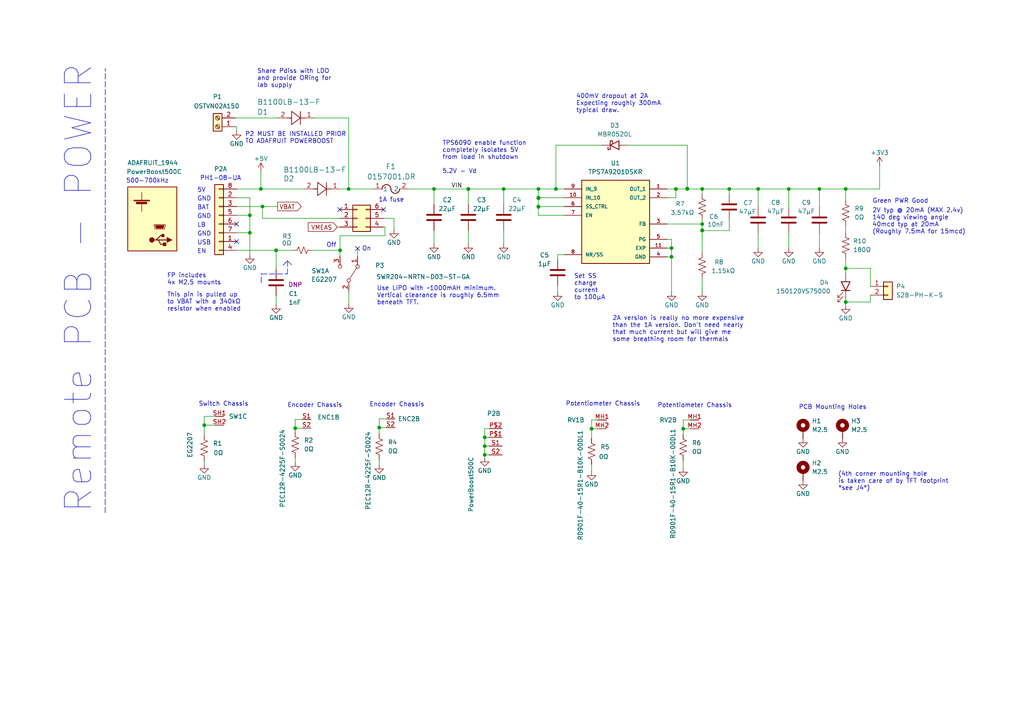
<source format=kicad_sch>
(kicad_sch (version 20211123) (generator eeschema)
  (paper "A4")
  (lib_symbols
    (symbol "015702.5DR:015702.5DR" (pin_names (offset 0.254))
      (property "Reference" "F" (at 5.08 3.175 0))
      (property "Value" "015702.5DR" (at 5.08 -3.175 0))
      (symbol "015702.5DR_1_1"
        (pin unspecified line (at 0 0 0) (length 2.54) (name "1") (number "1"))
        (pin unspecified line (at 10.16 0 180) (length 2.54) (name "2") (number "2"))
      )
      (symbol "015702.5DR_1_2"
        (pin unspecified line (at 0 0 90) (length 2.54) (name "1") (number "1"))
        (pin unspecified line (at 0 10.16 270) (length 2.54) (name "2") (number "2"))
      )
    )
    (symbol "B1100LB-13-F:B1100LB-13-F" (pin_names (offset 0.254))
      (property "Reference" "CR" (at 5.08 4.445 0))
      (property "Value" "B1100LB-13-F" (at 5.08 -3.81 0))
      (symbol "B1100LB-13-F_1_1"
        (pin unspecified line (at 10.16 0 180) (length 2.54) (name "") (number "1"))
        (pin unspecified line (at 0 0 0) (length 2.54) (name "") (number "2"))
      )
      (symbol "B1100LB-13-F_1_2"
        (pin unspecified line (at 0 10.16 270) (length 2.54) (name "") (number "1"))
        (pin unspecified line (at 0 0 90) (length 2.54) (name "") (number "2"))
      )
    )
    (symbol "CUSTOM:ADAFRUIT_1944"
      (property "Reference" "U?" (at 0 13.6398 0))
      (property "Value" "ADAFRUIT_1944" (at 0 11.0998 0))
    )
    (symbol "CUSTOM:EG2207_ALT"
      (property "Reference" "SW1" (at 0.0636 4.0132 90))
      (property "Value" "EG2207_ALT" (at -14.4526 -1.905 90))
      (symbol "EG2207_ALT_1_1"
        (pin passive line (at 3.81 2.54 180) (length 2.54) (name "") (number "1"))
        (pin passive line (at -6.35 0 0) (length 2.54) (name "") (number "2"))
        (pin passive line (at 3.81 -2.54 180) (length 2.54) (name "") (number "3"))
      )
      (symbol "EG2207_ALT_2_1"
        (pin passive line (at 3.81 2.54 180) (length 2.54) (name "") (number "4"))
        (pin passive line (at -6.35 0 0) (length 2.54) (name "") (number "5"))
        (pin passive line (at 3.81 -2.54 180) (length 2.54) (name "") (number "6"))
      )
      (symbol "EG2207_ALT_3_1"
        (pin passive line (at -1.905 1.905 180) (length 2.54) (name "") (number "SH1"))
        (pin passive line (at -1.905 -0.635 180) (length 2.54) (name "") (number "SH2"))
      )
    )
    (symbol "CUSTOMPOTSYM_WITHCHASSISMOUNTS:R_Potentiometer_US" (pin_names (offset 1.016) hide)
      (property "Reference" "RV" (at -4.445 0 90))
      (property "Value" "R_Potentiometer_US" (at -2.54 0 90))
      (symbol "R_Potentiometer_US_1_1"
        (pin passive line (at 0 3.81 270) (length 1.27) (name "1") (number "1"))
        (pin passive line (at 3.81 0 180) (length 1.27) (name "2") (number "2"))
        (pin passive line (at 0 -3.81 90) (length 1.27) (name "3") (number "3"))
      )
      (symbol "R_Potentiometer_US_2_1"
        (pin passive line (at 3.81 1.27 270) (length 2.54) (name "MH2") (number "MH1"))
        (pin passive line (at 1.27 1.27 270) (length 2.54) (name "MH1") (number "MH2"))
      )
    )
    (symbol "Capstone Project:custPwrboost" (pin_names hide)
      (property "Reference" "U" (at 0 0 0))
      (property "Value" "custPwrboost" (at 0 0 0))
      (symbol "custPwrboost_1_1"
        (pin passive line (at -5.08 -5.715 0) (length 3.81) (name "Pin_1") (number "1"))
        (pin passive line (at -5.08 6.985 0) (length 3.81) (name "Pin_2") (number "2"))
        (pin passive line (at -5.08 4.445 0) (length 3.81) (name "Pin_3") (number "3"))
        (pin passive line (at -5.08 -8.255 0) (length 3.81) (name "Pin_4") (number "4"))
        (pin passive line (at -5.08 1.905 0) (length 3.81) (name "Pin_5") (number "5"))
        (pin passive line (at -5.08 -0.635 0) (length 3.81) (name "Pin_6") (number "6"))
        (pin passive line (at -5.08 -3.175 0) (length 3.81) (name "Pin_7") (number "7"))
        (pin passive line (at -5.08 9.525 0) (length 3.81) (name "Pin_8") (number "8"))
      )
      (symbol "custPwrboost_2_1"
        (pin passive line (at 1.27 8.89 0) (length 3.81) (name "P$1") (number "P$1"))
        (pin passive line (at 1.27 11.43 0) (length 3.81) (name "P$2") (number "P$2"))
        (pin passive line (at 1.27 6.35 0) (length 3.81) (name "M1") (number "S1"))
        (pin passive line (at 1.27 3.81 0) (length 3.81) (name "M2") (number "S2"))
      )
    )
    (symbol "Connector:Screw_Terminal_01x02" (pin_names (offset 1.016) hide)
      (property "Reference" "J" (at 0 2.54 0))
      (property "Value" "Screw_Terminal_01x02" (at 0 -5.08 0))
      (symbol "Screw_Terminal_01x02_1_1"
        (pin passive line (at -5.08 0 0) (length 3.81) (name "Pin_1") (number "1"))
        (pin passive line (at -5.08 -2.54 0) (length 3.81) (name "Pin_2") (number "2"))
      )
    )
    (symbol "Connector_Generic:Conn_01x02" (pin_names (offset 1.016) hide)
      (property "Reference" "J" (at 0 2.54 0))
      (property "Value" "Conn_01x02" (at 0 -5.08 0))
      (symbol "Conn_01x02_1_1"
        (pin passive line (at -5.08 0 0) (length 3.81) (name "Pin_1") (number "1"))
        (pin passive line (at -5.08 -2.54 0) (length 3.81) (name "Pin_2") (number "2"))
      )
    )
    (symbol "Connector_Generic:Conn_02x03_Counter_Clockwise" (pin_names (offset 1.016) hide)
      (property "Reference" "J" (at 1.27 5.08 0))
      (property "Value" "Conn_02x03_Counter_Clockwise" (at 1.27 -5.08 0))
      (symbol "Conn_02x03_Counter_Clockwise_1_1"
        (pin passive line (at -5.08 2.54 0) (length 3.81) (name "Pin_1") (number "1"))
        (pin passive line (at -5.08 0 0) (length 3.81) (name "Pin_2") (number "2"))
        (pin passive line (at -5.08 -2.54 0) (length 3.81) (name "Pin_3") (number "3"))
        (pin passive line (at 7.62 -2.54 180) (length 3.81) (name "Pin_4") (number "4"))
        (pin passive line (at 7.62 0 180) (length 3.81) (name "Pin_5") (number "5"))
        (pin passive line (at 7.62 2.54 180) (length 3.81) (name "Pin_6") (number "6"))
      )
    )
    (symbol "Device:C" (pin_numbers hide) (pin_names (offset 0.254))
      (property "Reference" "C" (at 0.635 2.54 0))
      (property "Value" "C" (at 0.635 -2.54 0))
      (symbol "C_1_1"
        (pin passive line (at 0 3.81 270) (length 2.794) (name "~") (number "1"))
        (pin passive line (at 0 -3.81 90) (length 2.794) (name "~") (number "2"))
      )
    )
    (symbol "Device:D_Schottky" (pin_numbers hide) (pin_names (offset 1.016) hide)
      (property "Reference" "D?" (at -0.3175 6.985 0))
      (property "Value" "D_Schottky" (at -0.3175 4.445 0))
      (symbol "D_Schottky_1_1"
        (pin passive line (at -3.81 0 0) (length 2.54) (name "K") (number "1"))
        (pin passive line (at 3.81 0 180) (length 2.54) (name "A") (number "2"))
      )
    )
    (symbol "Device:LED" (pin_numbers hide) (pin_names (offset 1.016) hide)
      (property "Reference" "D1" (at 3.81 -0.3174 90))
      (property "Value" "LED" (at 3.81 -2.8574 90))
      (symbol "LED_1_1"
        (pin passive line (at -3.81 0 0) (length 2.54) (name "K") (number "1"))
        (pin passive line (at 3.81 0 180) (length 2.54) (name "A") (number "2"))
      )
    )
    (symbol "Device:R_Small_US" (pin_numbers hide) (pin_names (offset 0.254) hide)
      (property "Reference" "R" (at 0.762 0.508 0))
      (property "Value" "R_Small_US" (at 0.762 -1.016 0))
      (symbol "R_Small_US_1_1"
        (pin passive line (at 0 2.54 270) (length 1.016) (name "~") (number "1"))
        (pin passive line (at 0 -2.54 90) (length 1.016) (name "~") (number "2"))
      )
    )
    (symbol "Device:R_US" (pin_numbers hide) (pin_names (offset 0))
      (property "Reference" "R" (at 2.54 0 90))
      (property "Value" "R_US" (at -2.54 0 90))
      (symbol "R_US_1_1"
        (pin passive line (at 0 3.81 270) (length 1.27) (name "~") (number "1"))
        (pin passive line (at 0 -3.81 90) (length 1.27) (name "~") (number "2"))
      )
    )
    (symbol "MFS201N−16−Z_1"
      (property "Reference" "SW1" (at 4.0132 0.0636 90))
      (property "Value" "SW_EG2207" (at 4.0132 -2.4764 90))
      (symbol "MFS201N−16−Z_1_1_1"
        (pin passive line (at 3.81 2.54 180) (length 2.54) (name "") (number "1"))
        (pin passive line (at -6.35 0 0) (length 2.54) (name "") (number "2"))
        (pin passive line (at 3.81 -2.54 180) (length 2.54) (name "") (number "3"))
      )
      (symbol "MFS201N−16−Z_1_2_1"
        (pin passive line (at 3.81 2.54 180) (length 2.54) (name "") (number "4"))
        (pin passive line (at -6.35 0 0) (length 2.54) (name "") (number "5"))
        (pin passive line (at 3.81 -2.54 180) (length 2.54) (name "") (number "6"))
      )
      (symbol "MFS201N−16−Z_1_3_1"
        (pin passive line (at -1.905 1.905 180) (length 2.54) (name "") (number "SH1"))
        (pin passive line (at -1.905 -0.635 180) (length 2.54) (name "") (number "SH2"))
      )
    )
    (symbol "Mechanical:MountingHole_Pad" (pin_numbers hide) (pin_names (offset 1.016) hide)
      (property "Reference" "H" (at 0 6.35 0))
      (property "Value" "MountingHole_Pad" (at 0 4.445 0))
      (symbol "MountingHole_Pad_1_1"
        (pin input line (at 0 -2.54 90) (length 2.54) (name "1") (number "1"))
      )
    )
    (symbol "R_Potentiometer_US_3" (pin_names (offset 1.016) hide)
      (property "Reference" "RV" (at -4.445 0 90))
      (property "Value" "R_Potentiometer_US_3" (at -2.54 0 90))
      (symbol "R_Potentiometer_US_3_1_1"
        (pin passive line (at 0 3.81 270) (length 1.27) (name "1") (number "1"))
        (pin passive line (at 3.81 0 180) (length 1.27) (name "2") (number "2"))
        (pin passive line (at 0 -3.81 90) (length 1.27) (name "3") (number "3"))
      )
      (symbol "R_Potentiometer_US_3_2_1"
        (pin passive line (at 3.81 1.27 270) (length 2.54) (name "MH2") (number "MH1"))
        (pin passive line (at 1.27 1.27 270) (length 2.54) (name "MH1") (number "MH2"))
      )
    )
    (symbol "RotaryEncoder_Switch_2" (pin_names (offset 0.254) hide)
      (property "Reference" "SW" (at 0 6.604 0))
      (property "Value" "RotaryEncoder_Switch_2" (at 0 -6.604 0))
      (symbol "RotaryEncoder_Switch_2_1_1"
        (pin passive line (at 5.715 2.54 180) (length 2.54) (name "") (number "1"))
        (pin passive line (at 5.715 -2.54 180) (length 2.54) (name "") (number "2"))
        (pin passive line (at -5.715 2.54 0) (length 2.54) (name "A") (number "A"))
        (pin passive line (at -5.715 -2.54 0) (length 2.54) (name "B") (number "B"))
        (pin passive line (at -5.715 0 0) (length 2.54) (name "C") (number "C"))
      )
      (symbol "RotaryEncoder_Switch_2_2_0"
        (pin passive line (at 1.905 1.27 180) (length 2.54) (name "MP1") (number "S1"))
        (pin passive line (at 1.905 -1.27 180) (length 2.54) (name "MP2") (number "S2"))
      )
    )
    (symbol "RotaryEncoder_Switch_3" (pin_names (offset 0.254) hide)
      (property "Reference" "SW" (at 0 6.604 0))
      (property "Value" "RotaryEncoder_Switch_3" (at 0 -6.604 0))
      (symbol "RotaryEncoder_Switch_3_1_1"
        (pin passive line (at 5.715 2.54 180) (length 2.54) (name "") (number "1"))
        (pin passive line (at 5.715 -2.54 180) (length 2.54) (name "") (number "2"))
        (pin passive line (at -5.715 2.54 0) (length 2.54) (name "A") (number "A"))
        (pin passive line (at -5.715 -2.54 0) (length 2.54) (name "B") (number "B"))
        (pin passive line (at -5.715 0 0) (length 2.54) (name "C") (number "C"))
      )
      (symbol "RotaryEncoder_Switch_3_2_0"
        (pin passive line (at 1.905 1.27 180) (length 2.54) (name "MP1") (number "S1"))
        (pin passive line (at 1.905 -1.27 180) (length 2.54) (name "MP2") (number "S2"))
      )
    )
    (symbol "TPS7A9101DSKR_1" (pin_names (offset 1.016))
      (property "Reference" "U1" (at 2.794 20.193 0))
      (property "Value" "TPS7A9201DSKR" (at 2.794 17.653 0))
      (symbol "TPS7A9101DSKR_1_0_0"
        (pin output line (at 17.78 12.7 180) (length 5.08) (name "OUT_1") (number "1"))
        (pin input line (at -12.065 10.16 0) (length 5.08) (name "IN_10") (number "10"))
        (pin passive line (at 17.78 -4.445 180) (length 5.08) (name "EXP") (number "11"))
        (pin output line (at 17.78 -6.985 180) (length 5.08) hide (name "12") (number "12"))
        (pin output line (at 17.78 -6.985 180) (length 5.08) hide (name "") (number "13"))
        (pin output line (at 17.78 -6.985 180) (length 5.08) hide (name "") (number "14"))
        (pin output line (at 17.78 -6.985 180) (length 5.08) hide (name "") (number "15"))
        (pin output line (at 17.78 10.16 180) (length 5.08) (name "OUT_2") (number "2"))
        (pin input line (at 17.78 2.54 180) (length 5.08) (name "FB") (number "3"))
        (pin power_in line (at 17.78 -6.985 180) (length 5.08) (name "GND") (number "4"))
        (pin power_out line (at 17.78 -1.905 180) (length 5.08) (name "PG") (number "5"))
        (pin input line (at -12.065 7.62 0) (length 5.08) (name "SS_CTRL") (number "6"))
        (pin input line (at -12.065 5.08 0) (length 5.08) (name "EN") (number "7"))
        (pin passive line (at -12.065 -6.35 0) (length 5.08) (name "NR/SS") (number "8"))
        (pin input line (at -12.065 12.7 0) (length 5.08) (name "IN_9") (number "9"))
      )
    )
    (symbol "custPwrboost_1" (pin_names hide)
      (property "Reference" "J2" (at -0.4318 15.3416 0))
      (property "Value" "custPwrboost_1" (at -18.9738 14.605 0))
      (property "PN" "PH1-08-UA" (at 0 0 0))
      (symbol "custPwrboost_1_1_1"
        (pin passive line (at -5.08 -5.715 0) (length 3.81) (name "Pin_1") (number "1"))
        (pin passive line (at -5.08 6.985 0) (length 3.81) (name "Pin_2") (number "2"))
        (pin passive line (at -5.08 4.445 0) (length 3.81) (name "Pin_3") (number "3"))
        (pin passive line (at -5.08 -8.255 0) (length 3.81) (name "Pin_4") (number "4"))
        (pin passive line (at -5.08 1.905 0) (length 3.81) (name "Pin_5") (number "5"))
        (pin passive line (at -5.08 -0.635 0) (length 3.81) (name "Pin_6") (number "6"))
        (pin passive line (at -5.08 -3.175 0) (length 3.81) (name "Pin_7") (number "7"))
        (pin passive line (at -5.08 9.525 0) (length 3.81) (name "Pin_8") (number "8"))
      )
      (symbol "custPwrboost_1_2_1"
        (pin passive line (at 1.27 8.89 0) (length 3.81) (name "P$1") (number "P$1"))
        (pin passive line (at 1.27 11.43 0) (length 3.81) (name "P$2") (number "P$2"))
        (pin passive line (at 1.27 6.35 0) (length 3.81) (name "M1") (number "S1"))
        (pin passive line (at 1.27 3.81 0) (length 3.81) (name "M2") (number "S2"))
      )
    )
    (symbol "power:+3V3" (power) (pin_names (offset 0))
      (property "Value" "+3V3" (at 0 3.556 0))
      (symbol "+3V3_1_1"
        (pin power_in line (at 0 0 90) (length 0) hide (name "+3V3") (number "1"))
      )
    )
    (symbol "power:+5V" (power) (pin_names (offset 0))
      (property "Value" "+5V" (at 0 3.556 0))
      (symbol "+5V_1_1"
        (pin power_in line (at 0 0 90) (length 0) hide (name "+5V") (number "1"))
      )
    )
    (symbol "power:GND" (power) (pin_names (offset 0))
      (property "Value" "GND" (at 0 -3.81 0))
      (symbol "GND_1_1"
        (pin power_in line (at 0 0 270) (length 0) hide (name "GND") (number "1"))
      )
    )
  )
  (junction (at 140.589 131.9276))
  (junction (at 140.589 126.8476))
  (junction (at 72.4662 67.5132))
  (junction (at 194.7672 71.9582))
  (junction (at 156.1592 54.8132))
  (junction (at 156.1592 57.4802))
  (junction (at 156.1592 59.8932))
  (junction (at 109.982 124.0282))
  (junction (at 135.8392 54.8132))
  (junction (at 146.1008 54.8132))
  (junction (at 203.6572 54.8132))
  (junction (at 59.2328 123.317))
  (junction (at 194.7672 74.4982))
  (junction (at 156.1592 57.3532))
  (junction (at 76.1238 59.8932))
  (junction (at 245.2878 87.6046))
  (junction (at 237.6678 54.8132))
  (junction (at 135.7884 54.8132))
  (junction (at 228.7778 54.8132))
  (junction (at 101.1174 54.8132))
  (junction (at 156.1592 60.0202))
  (junction (at 98.6282 72.5932))
  (junction (at 219.8878 54.8132))
  (junction (at 80.0862 72.5932))
  (junction (at 203.6572 66.8782))
  (junction (at 199.3392 54.8132))
  (junction (at 245.2878 77.851))
  (junction (at 140.589 129.3876))
  (junction (at 245.2878 54.8132))
  (junction (at 85.6234 124.206))
  (junction (at 196.0372 54.8132))
  (junction (at 161.2392 54.8132))
  (junction (at 171.577 124.3584))
  (junction (at 199.3392 54.6862))
  (junction (at 75.6666 54.8132))
  (junction (at 198.1454 124.3584))
  (junction (at 203.6572 64.9732))
  (junction (at 125.8824 54.8132))
  (junction (at 72.4662 62.4332))
  (junction (at 203.6572 66.7512))
  (junction (at 211.5058 54.8132))
  (no_connect (at 98.5266 60.7822))
  (no_connect (at 103.7082 72.0852))
  (no_connect (at 68.6308 64.9732))
  (no_connect (at 68.6308 70.0532))
  (no_connect (at 111.2266 60.7822))
  (wire (pts (xy 118.4402 54.8132) (xy 125.8824 54.8132)))
  (wire (pts (xy 211.5058 63.8302) (xy 211.5058 66.8782)))
  (wire (pts (xy 68.199 36.7538) (xy 68.6562 36.7538)))
  (wire (pts (xy 194.7672 69.4182) (xy 194.7672 71.9582)))
  (wire (pts (xy 140.589 131.9276) (xy 141.859 131.9276)))
  (wire (pts (xy 72.4662 67.5132) (xy 72.4662 73.8632)))
  (polyline (pts (xy 82.1182 76.9112) (xy 83.3882 75.6412)))
  (wire (pts (xy 135.8392 59.2582) (xy 135.8392 54.8132)))
  (wire (pts (xy 135.8392 66.8782) (xy 135.8392 70.6882)))
  (wire (pts (xy 98.6282 68.3768) (xy 98.6282 72.5932)))
  (wire (pts (xy 198.1454 121.8184) (xy 200.1774 121.8184)))
  (wire (pts (xy 203.6572 66.7512) (xy 203.6572 64.9732)))
  (wire (pts (xy 245.2878 65.5574) (xy 245.2878 67.3862)))
  (wire (pts (xy 228.7778 60.0202) (xy 228.7778 54.8132)))
  (wire (pts (xy 90.932 34.2138) (xy 101.1174 34.2138)))
  (wire (pts (xy 90.2462 72.5932) (xy 98.6282 72.5932)))
  (wire (pts (xy 255.1176 48.1076) (xy 255.1176 54.8132)))
  (wire (pts (xy 228.7778 67.6402) (xy 228.7778 71.9582)))
  (wire (pts (xy 156.1592 54.8132) (xy 161.2392 54.8132)))
  (wire (pts (xy 237.6678 54.8132) (xy 245.2878 54.8132)))
  (wire (pts (xy 59.2328 133.7056) (xy 59.2328 134.6962)))
  (wire (pts (xy 140.589 126.8476) (xy 141.859 126.8476)))
  (wire (pts (xy 245.2878 87.6046) (xy 245.2878 88.4682)))
  (wire (pts (xy 252.4506 87.6046) (xy 252.4506 85.598)))
  (wire (pts (xy 98.4758 54.8132) (xy 101.1174 54.8132)))
  (wire (pts (xy 75.6666 49.8094) (xy 75.6666 54.8132)))
  (polyline (pts (xy 83.3882 75.6412) (xy 84.6582 76.9112)))
  (wire (pts (xy 163.6522 57.3532) (xy 156.1592 57.3532)))
  (wire (pts (xy 252.4506 77.851) (xy 245.2878 77.851)))
  (wire (pts (xy 80.0862 72.5932) (xy 80.0862 78.1812)))
  (wire (pts (xy 196.0372 54.8132) (xy 196.0372 57.3532)))
  (wire (pts (xy 196.0372 57.3532) (xy 193.4972 57.3532)))
  (wire (pts (xy 203.6572 63.8302) (xy 203.6572 64.9732)))
  (wire (pts (xy 109.982 121.4882) (xy 109.982 124.0282)))
  (wire (pts (xy 103.7082 72.0852) (xy 103.7082 74.3712)))
  (wire (pts (xy 156.1592 60.0202) (xy 156.1592 62.4332)))
  (wire (pts (xy 203.6572 54.8132) (xy 211.5058 54.8132)))
  (wire (pts (xy 85.6234 125.1712) (xy 85.6234 124.206)))
  (wire (pts (xy 237.6678 67.6402) (xy 237.6678 71.9582)))
  (wire (pts (xy 75.6666 54.8132) (xy 88.3158 54.8132)))
  (wire (pts (xy 146.1008 54.8132) (xy 156.1592 54.8132)))
  (wire (pts (xy 85.6234 134.0358) (xy 85.6234 132.7912)))
  (wire (pts (xy 198.1454 133.5278) (xy 198.1454 135.6868)))
  (wire (pts (xy 161.7472 73.8632) (xy 163.6522 73.8632)))
  (wire (pts (xy 161.7472 82.8802) (xy 161.7472 84.6582)))
  (wire (pts (xy 109.982 124.0282) (xy 112.014 124.0282)))
  (wire (pts (xy 196.0372 54.8132) (xy 199.3392 54.8132)))
  (wire (pts (xy 68.6308 54.8132) (xy 75.6666 54.8132)))
  (wire (pts (xy 85.6234 124.206) (xy 87.6554 124.206)))
  (wire (pts (xy 174.4472 42.1132) (xy 161.2392 42.1132)))
  (polyline (pts (xy 30.5054 148.717) (xy 30.5308 19.8374)))
  (wire (pts (xy 146.1008 66.8782) (xy 146.1008 70.6882)))
  (wire (pts (xy 219.8878 71.9582) (xy 219.8878 67.6402)))
  (wire (pts (xy 245.2878 75.0062) (xy 245.2878 77.851)))
  (wire (pts (xy 68.6308 59.8932) (xy 76.1238 59.8932)))
  (wire (pts (xy 68.6562 36.7538) (xy 68.6562 37.8968)))
  (wire (pts (xy 245.2878 54.8132) (xy 255.1176 54.8132)))
  (wire (pts (xy 203.6572 66.7512) (xy 203.6572 66.8782)))
  (wire (pts (xy 111.6584 65.8622) (xy 111.6584 68.3768)))
  (wire (pts (xy 199.3392 54.8132) (xy 203.6572 54.8132)))
  (wire (pts (xy 140.589 129.3876) (xy 141.859 129.3876)))
  (wire (pts (xy 156.1592 59.8932) (xy 156.1592 57.4802)))
  (wire (pts (xy 114.2746 63.3222) (xy 114.2746 66.5226)))
  (wire (pts (xy 111.2266 65.8622) (xy 111.6584 65.8622)))
  (polyline (pts (xy 75.7682 79.4512) (xy 83.3882 79.4512)))
  (wire (pts (xy 68.6308 62.4332) (xy 72.4662 62.4332)))
  (wire (pts (xy 211.5058 54.8132) (xy 211.5058 56.2102)))
  (wire (pts (xy 156.1592 54.8132) (xy 156.1592 57.3532)))
  (wire (pts (xy 68.6308 57.3532) (xy 72.4662 57.3532)))
  (wire (pts (xy 203.6572 73.2282) (xy 203.6572 66.8782)))
  (wire (pts (xy 199.3392 42.1132) (xy 199.3392 54.6862)))
  (wire (pts (xy 199.3392 54.6862) (xy 199.3392 54.8132)))
  (wire (pts (xy 59.2328 120.777) (xy 59.2328 123.317)))
  (wire (pts (xy 193.4972 54.8132) (xy 196.0372 54.8132)))
  (wire (pts (xy 80.0862 72.5932) (xy 85.1662 72.5932)))
  (wire (pts (xy 163.6522 62.4332) (xy 156.1592 62.4332)))
  (wire (pts (xy 68.6308 72.5932) (xy 80.0862 72.5932)))
  (wire (pts (xy 68.6308 67.5132) (xy 72.4662 67.5132)))
  (wire (pts (xy 62.3824 120.777) (xy 59.2328 120.777)))
  (polyline (pts (xy 83.3882 75.6412) (xy 83.3882 79.4512)))
  (wire (pts (xy 194.7672 74.4982) (xy 193.4972 74.4982)))
  (wire (pts (xy 97.8154 65.8622) (xy 98.5266 65.8622)))
  (wire (pts (xy 245.2878 86.7918) (xy 245.2878 87.6046)))
  (wire (pts (xy 161.7472 73.8632) (xy 161.7472 75.2602)))
  (wire (pts (xy 198.1454 124.3584) (xy 198.1454 125.9078)))
  (wire (pts (xy 80.0862 85.8012) (xy 80.0862 88.3412)))
  (wire (pts (xy 98.6282 72.5932) (xy 98.6282 74.3712)))
  (wire (pts (xy 211.5058 66.8782) (xy 203.6572 66.8782)))
  (wire (pts (xy 171.577 124.3584) (xy 171.577 127.1016)))
  (wire (pts (xy 72.4662 62.4332) (xy 72.4662 67.5132)))
  (wire (pts (xy 140.589 124.3076) (xy 140.589 126.8476)))
  (wire (pts (xy 211.5058 54.8132) (xy 219.8878 54.8132)))
  (wire (pts (xy 62.3824 123.317) (xy 59.2328 123.317)))
  (wire (pts (xy 173.355 124.3584) (xy 171.577 124.3584)))
  (wire (pts (xy 194.7672 71.9582) (xy 194.7672 74.4982)))
  (wire (pts (xy 219.8878 60.0202) (xy 219.8878 54.8132)))
  (wire (pts (xy 72.4662 57.3532) (xy 72.4662 62.4332)))
  (wire (pts (xy 140.589 126.8476) (xy 140.589 129.3876)))
  (wire (pts (xy 193.4972 71.9582) (xy 194.7672 71.9582)))
  (wire (pts (xy 198.1454 121.8184) (xy 198.1454 124.3584)))
  (wire (pts (xy 85.6234 121.666) (xy 85.6234 124.206)))
  (wire (pts (xy 171.577 121.8184) (xy 171.577 124.3584)))
  (wire (pts (xy 76.1238 59.8932) (xy 76.1238 63.3222)))
  (wire (pts (xy 135.7884 54.8132) (xy 135.8392 54.8132)))
  (wire (pts (xy 111.2266 63.3222) (xy 114.2746 63.3222)))
  (wire (pts (xy 98.6282 68.3768) (xy 111.6584 68.3768)))
  (wire (pts (xy 200.1774 124.3584) (xy 198.1454 124.3584)))
  (wire (pts (xy 85.6234 121.666) (xy 87.6554 121.666)))
  (wire (pts (xy 140.589 129.3876) (xy 140.589 131.9276)))
  (wire (pts (xy 245.2878 87.6046) (xy 252.4506 87.6046)))
  (wire (pts (xy 68.199 34.2138) (xy 80.772 34.2138)))
  (wire (pts (xy 156.1592 57.3532) (xy 156.1592 57.4802)))
  (wire (pts (xy 146.1008 59.2582) (xy 146.1008 54.8132)))
  (wire (pts (xy 125.8824 54.8132) (xy 125.8824 59.2582)))
  (wire (pts (xy 140.589 131.9276) (xy 140.589 132.6896)))
  (wire (pts (xy 76.1238 59.8932) (xy 80.518 59.8932)))
  (wire (pts (xy 237.6678 60.0202) (xy 237.6678 54.8132)))
  (wire (pts (xy 109.982 125.73) (xy 109.982 124.0282)))
  (polyline (pts (xy 75.7682 81.9912) (xy 75.7682 79.4512)))
  (wire (pts (xy 182.0672 42.1132) (xy 199.3392 42.1132)))
  (wire (pts (xy 245.2878 77.851) (xy 245.2878 79.1718)))
  (wire (pts (xy 109.982 121.4882) (xy 112.014 121.4882)))
  (wire (pts (xy 245.2878 54.8132) (xy 245.2878 57.9374)))
  (wire (pts (xy 203.6572 80.8482) (xy 203.6572 84.6582)))
  (wire (pts (xy 228.7778 54.8132) (xy 237.6678 54.8132)))
  (wire (pts (xy 252.4506 83.058) (xy 252.4506 77.851)))
  (wire (pts (xy 101.1682 84.5312) (xy 101.1682 88.138)))
  (wire (pts (xy 193.4972 69.4182) (xy 194.7672 69.4182)))
  (wire (pts (xy 109.982 134.747) (xy 109.982 133.35)))
  (wire (pts (xy 125.8824 54.8132) (xy 135.7884 54.8132)))
  (wire (pts (xy 194.7672 74.4982) (xy 194.7672 84.6582)))
  (wire (pts (xy 171.577 121.8184) (xy 173.355 121.8184)))
  (wire (pts (xy 203.6572 56.2102) (xy 203.6572 54.8132)))
  (wire (pts (xy 161.2392 54.8132) (xy 163.6522 54.8132)))
  (wire (pts (xy 101.1174 54.8132) (xy 108.2802 54.8132)))
  (wire (pts (xy 156.1592 59.8932) (xy 156.1592 60.0202)))
  (wire (pts (xy 171.577 134.7216) (xy 171.577 136.6774)))
  (wire (pts (xy 59.2328 123.317) (xy 59.2328 126.0856)))
  (wire (pts (xy 161.2392 42.1132) (xy 161.2392 54.8132)))
  (wire (pts (xy 163.6522 59.8932) (xy 156.1592 59.8932)))
  (wire (pts (xy 101.1174 34.2138) (xy 101.1174 54.8132)))
  (wire (pts (xy 76.1238 63.3222) (xy 98.5266 63.3222)))
  (wire (pts (xy 193.4972 64.9732) (xy 203.6572 64.9732)))
  (wire (pts (xy 141.859 124.3076) (xy 140.589 124.3076)))
  (wire (pts (xy 135.8392 54.8132) (xy 146.1008 54.8132)))
  (wire (pts (xy 219.8878 54.8132) (xy 228.7778 54.8132)))
  (wire (pts (xy 125.8824 66.8782) (xy 125.8824 70.6882)))
  (text "PWR Good" (at 259.4102 59.1312 0) (effects (font (size 1.27 1.27)) (justify left bottom)))
  (text "TPS6090 enable function\ncompletely isolates 5V\nfrom load in shutdown\n\n5.2V - Vd" (at 128.27 50.5206 0) (effects (font (size 1.27 1.27)) (justify left bottom)))
  (text "EN" (at 57.2008 73.7362 0) (effects (font (size 1.27 1.27)) (justify left bottom)))
  (text "Share Pdiss with LDO\nand provide ORing for \nlab supply" (at 74.549 25.5778 0) (effects (font (size 1.27 1.27)) (justify left bottom)))
  (text "Switch Chassis" (at 57.5818 118.0084 0) (effects (font (size 1.27 1.27)) (justify left bottom)))
  (text "GND" (at 57.2008 63.5762 0) (effects (font (size 1.27 1.27)) (justify left bottom)))
  (text "500-700kHz" (at 36.5506 53.2892 0) (effects (font (size 1.27 1.27)) (justify left bottom)))
  (text "Remote PCB - POWER" (at 27.2288 149.1742 90) (effects (font (size 7.62 7.62)) (justify left bottom)))
  (text "This pin is pulled up \nto VBAT with a 340kΩ \nresistor when enabled" (at 48.4378 90.424 0) (effects (font (size 1.27 1.27)) (justify left bottom)))
  (text "Set SS\ncharge\ncurrent\nto 100µA" (at 166.497 87.0966 0) (effects (font (size 1.27 1.27)) (justify left bottom)))
  (text "BAT" (at 57.2008 61.0362 0) (effects (font (size 1.27 1.27)) (justify left bottom)))
  (text "PCB Mounting Holes" (at 231.648 118.9228 0) (effects (font (size 1.27 1.27)) (justify left bottom)))
  (text "P2 MUST BE INSTALLED PRIOR\nTO ADAFRUIT POWERBOOST" (at 71.0692 41.8084 0) (effects (font (size 1.27 1.27)) (justify left bottom)))
  (text "5V" (at 57.2008 55.9562 0) (effects (font (size 1.27 1.27)) (justify left bottom)))
  (text "LB" (at 57.2008 66.1162 0) (effects (font (size 1.27 1.27)) (justify left bottom)))
  (text "2A version is really no more expensive\nthan the 1A version. Don't need nearly\nthat much current but will give me \nsome breathing room for thermals" (at 177.6222 99.2632 0) (effects (font (size 1.27 1.27)) (justify left bottom)))
  (text "Off" (at 94.6404 71.9074 0) (effects (font (size 1.27 1.27)) (justify left bottom)))
  (text "USB" (at 57.2008 71.1962 0) (effects (font (size 1.27 1.27)) (justify left bottom)))
  (text "Encoder Chassis" (at 83.3374 118.364 0) (effects (font (size 1.27 1.27)) (justify left bottom)))
  (text "GND" (at 57.2008 58.4962 0) (effects (font (size 1.27 1.27)) (justify left bottom)))
  (text "(4th corner mounting hole\nis taken care of by TFT footprint\n*see J4*)\n" (at 243.078 142.4178 0) (effects (font (size 1.27 1.27)) (justify left bottom)))
  (text "Green\n" (at 253.0602 59.1312 0) (effects (font (size 1.27 1.27)) (justify left bottom)))
  (text "PH1-08-UA" (at 57.9882 52.5272 0) (effects (font (size 1.27 1.27)) (justify left bottom)))
  (text "FP includes \n4x M2.5 mounts" (at 48.4378 82.804 0) (effects (font (size 1.27 1.27)) (justify left bottom)))
  (text "GND" (at 57.2008 68.6562 0) (effects (font (size 1.27 1.27)) (justify left bottom)))
  (text "400mV dropout at 2A\nExpecting roughly 300mA\ntypical draw." (at 167.0812 32.8422 0) (effects (font (size 1.27 1.27)) (justify left bottom)))
  (text "Use LIPO with ~1000mAH minimum.\nVertical clearance is roughly 6.5mm\nbeneath TFT.\n" (at 109.2708 88.5698 0) (effects (font (size 1.27 1.27)) (justify left bottom)))
  (text "On" (at 104.9782 72.9488 0) (effects (font (size 1.27 1.27)) (justify left bottom)))
  (text "Potentiometer Chassis" (at 164.0586 117.9576 0) (effects (font (size 1.27 1.27)) (justify left bottom)))
  (text "Encoder Chassis" (at 107.1372 118.1608 0) (effects (font (size 1.27 1.27)) (justify left bottom)))
  (text "Potentiometer Chassis" (at 190.6778 118.4148 0) (effects (font (size 1.27 1.27)) (justify left bottom)))
  (text "2V typ @ 20mA (MAX 2.4v)\n140 deg viewing angle\n40mcd typ at 20mA\n(Roughly 7.5mA for 15mcd)" (at 252.984 68.0212 0) (effects (font (size 1.27 1.27)) (justify left bottom)))
  (text "1A fuse" (at 109.7788 58.801 0) (effects (font (size 1.27 1.27)) (justify left bottom)))
  (label "VIN" (at 130.8608 54.8132 0))
  (global_label "VBAT" (shape output) (at 80.518 59.8932 0) (property "Intersheet References" "${INTERSHEET_REFS}" (effects hide)))
  (global_label "VMEAS" (shape input) (at 97.8154 65.8622 180) (property "Intersheet References" "${INTERSHEET_REFS}" (effects hide)))
  (symbol (lib_id "Device:C") (at 228.7778 63.8302 180) (unit 1)
    (property "Reference" "C8" (at 224.9678 58.7502 0))
    (property "Value" "47µF" (at 224.9678 61.2902 0))
    (property "Footprint" "Capacitor_SMD:C_0603_1608Metric" (effects hide))
  )
  (symbol (lib_id "power:GND") (at 125.8824 70.6882 0) (mirror y) (unit 1)
    (property "Reference" "#PWR010" (effects hide))
    (property "Value" "GND" (at 125.8824 74.4982 0))
  )
  (symbol (lib_id "Device:LED") (at 245.2878 82.9818 270) (mirror x) (unit 1) (in_bom no)
    (property "Reference" "D4" (at 240.411 81.9404 90) (effects (justify right)))
    (property "Value" "150120VS75000" (at 240.919 84.455 90) (effects (justify right)))
    (property "Footprint" "Custom:D_1206" (effects hide))
    (property "Datasheet" "https://www.we-online.com/components/products/datasheet/150120VS75000.pdf" (effects hide))
  )
  (symbol (lib_id "B1100LB-13-F:B1100LB-13-F") (at 88.3158 54.8132 0) (unit 1)
    (property "Reference" "D2" (at 83.7692 51.816 0) (effects (font (size 1.524 1.524))))
    (property "Value" "B1100LB-13-F" (at 91.313 49.2252 0) (effects (font (size 1.524 1.524))))
    (property "Footprint" "Custom:D_SMB" (effects hide))
    (property "Datasheet" "https://www.diodes.com/assets/Datasheets/ds30077.pdf" (effects hide))
  )
  (symbol (lib_id "Device:C") (at 161.7472 79.0702 180) (unit 1)
    (property "Reference" "C5" (at 157.9372 73.9902 0))
    (property "Value" "1µF" (at 157.9372 76.5302 0))
    (property "Footprint" "Capacitor_SMD:C_0603_1608Metric" (effects hide))
  )
  (symbol (lib_id "power:GND") (at 114.2746 66.5226 0) (mirror y) (unit 1)
    (property "Reference" "#PWR09" (effects hide))
    (property "Value" "GND" (at 114.2746 70.3326 0))
  )
  (symbol (lib_id "Mechanical:MountingHole_Pad") (at 232.918 136.8298 0) (unit 1) (in_bom no)
    (property "Reference" "H2" (at 235.458 134.2897 0) (effects (justify left)))
    (property "Value" "M2.5" (at 235.458 136.8297 0) (effects (justify left)))
    (property "Footprint" "MountingHole:MountingHole_3.2mm_M3_DIN965_Pad_TopBottom" (effects hide))
  )
  (symbol (lib_id "Mechanical:MountingHole_Pad") (at 232.918 124.6378 0) (unit 1) (in_bom no)
    (property "Reference" "H1" (at 235.458 122.0977 0) (effects (justify left)))
    (property "Value" "M2.5" (at 235.458 124.6377 0) (effects (justify left)))
    (property "Footprint" "MountingHole:MountingHole_3.2mm_M3_DIN965_Pad_TopBottom" (effects hide))
  )
  (symbol (lib_id "Device:C") (at 146.1008 63.0682 0) (mirror x) (unit 1)
    (property "Reference" "C4" (at 149.9108 57.9882 0))
    (property "Value" "22µF" (at 149.9108 60.5282 0))
    (property "Footprint" "Capacitor_SMD:C_0603_1608Metric" (effects hide))
  )
  (symbol (lib_id "Device:C") (at 80.0862 81.9912 0) (unit 1) (in_bom no)
    (property "Reference" "C1" (at 83.7184 85.1662 0) (effects (justify left)))
    (property "Value" "1nF" (at 83.6676 87.7316 0) (effects (justify left)))
    (property "Footprint" "Capacitor_SMD:C_0603_1608Metric" (effects hide))
    (property "DNP" "DNP" (at 85.6488 82.55 0))
  )
  (symbol (lib_name "TPS7A9101DSKR_1") (lib_id "TPS7A9101DSKR:TPS7A9101DSKR") (at 175.7172 67.5132 0) (unit 1)
    (property "Reference" "U1" (at 178.5112 47.3202 0))
    (property "Value" "TPS7A9201DSKR" (at 178.5112 49.8602 0))
    (property "Footprint" "Custom:IC_SON-10_EP_2.5X2.5" (effects hide))
    (property "Datasheet" "https://www.ti.com/lit/ds/symlink/tps7a92.pdf?ts=1709642111892&ref_url=https%253A%252F%252Fwww.google.com%252F" (effects hide))
    (property "PARTREV" "December 2016" (effects hide))
    (property "STANDARD" "IPC-7351B" (effects hide))
    (property "MAXIMUM_PACKAGE_HEIGHT" "0.8mm" (effects hide))
    (property "MANUFACTURER" "Texas Instruments" (effects hide))
  )
  (symbol (lib_id "CUSTOM:ADAFRUIT_1944") (at 44.4246 63.119 0) (unit 1) (in_bom no) (on_board no)
    (property "Reference" "MODULE1" (effects hide))
    (property "Value" "ADAFRUIT_1944" (at 44.2976 47.2186 0))
    (property "Datasheet" "https://cdn-learn.adafruit.com/downloads/pdf/adafruit-powerboost-500-plus-charger.pdf" (effects hide))
  )
  (symbol (lib_id "Connector_Generic:Conn_01x02") (at 257.5306 83.058 0) (unit 1) (in_bom no)
    (property "Reference" "P4" (at 259.8674 83.0579 0) (effects (justify left)))
    (property "Value" "S2B-PH-K-S" (at 259.8674 85.5979 0) (effects (justify left)))
    (property "Footprint" "Connector_JST:JST_PH_S2B-PH-K_1x02_P2.00mm_Horizontal" (effects hide))
    (property "Datasheet" "https://www.jst-mfg.com/product/pdf/eng/ePH.pdf" (effects hide))
  )
  (symbol (lib_id "power:GND") (at 146.1008 70.6882 0) (mirror y) (unit 1)
    (property "Reference" "#PWR013" (effects hide))
    (property "Value" "GND" (at 146.1008 74.4982 0))
  )
  (symbol (lib_id "power:GND") (at 245.2878 88.4682 0) (unit 1)
    (property "Reference" "#PWR025" (effects hide))
    (property "Value" "GND" (at 245.2878 92.2782 0))
  )
  (symbol (lib_id "Device:R_US") (at 245.2878 71.1962 0) (unit 1)
    (property "Reference" "R10" (at 247.396 69.9261 0) (effects (justify left)))
    (property "Value" "180Ω" (at 247.396 72.4661 0) (effects (justify left)))
    (property "Footprint" "Resistor_SMD:R_0603_1608Metric" (effects hide))
  )
  (symbol (lib_id "Connector_Generic:Conn_02x03_Counter_Clockwise") (at 103.6066 63.3222 0) (unit 1) (in_bom no)
    (property "Reference" "P3" (at 110.1598 77.0128 0))
    (property "Value" "SWR204-NRTN-D03-ST-GA" (at 122.7074 80.2894 0))
    (property "Footprint" "KiCad2:sullinsSWR204" (effects hide))
    (property "Datasheet" "https://s3.amazonaws.com/catalogspreads-pdf/PAGE136-137%202mm%20SWR204%20DUAL%20ROW%20WAFER%20ST%20RA.pdf" (effects hide))
  )
  (symbol (lib_id "Device:R_US") (at 203.6572 77.0382 0) (mirror x) (unit 1)
    (property "Reference" "R8" (at 208.534 76.0222 0))
    (property "Value" "1.15kΩ" (at 209.804 78.5622 0))
    (property "Footprint" "Resistor_SMD:R_0603_1608Metric" (effects hide))
  )
  (symbol (lib_id "power:GND") (at 237.6678 71.9582 0) (unit 1)
    (property "Reference" "#PWR023" (effects hide))
    (property "Value" "GND" (at 237.6678 75.7682 0))
  )
  (symbol (lib_id "Device:R_US") (at 59.2328 129.8956 0) (unit 1)
    (property "Reference" "R1" (at 61.7728 128.6255 0) (effects (justify left)))
    (property "Value" "0Ω" (at 61.9252 131.3434 0) (effects (justify left)))
    (property "Footprint" "Resistor_SMD:R_0603_1608Metric" (effects hide))
  )
  (symbol (lib_id "Device:C") (at 125.8824 63.0682 0) (mirror x) (unit 1)
    (property "Reference" "C2" (at 129.6924 57.9882 0))
    (property "Value" "22µF" (at 129.6924 60.5282 0))
    (property "Footprint" "Capacitor_SMD:C_0603_1608Metric" (effects hide))
  )
  (symbol (lib_id "power:GND") (at 161.7472 84.6582 0) (unit 1)
    (property "Reference" "#PWR014" (effects hide))
    (property "Value" "GND" (at 161.7472 88.4682 0))
  )
  (symbol (lib_name "RotaryEncoder_Switch_3") (lib_id "JIZZeNCODER:RotaryEncoder_Switch") (at 89.5604 122.936 0) (mirror y) (unit 2) (in_bom no)
    (property "Reference" "ENC1" (at 95.2754 121.031 0))
    (property "Value" "PEC12R-4225F-S0024" (at 81.915 135.8646 90))
    (property "Footprint" "PEC12R_4215F_S0024:XDCR_PEC12R-4215F-S0024" (effects hide))
    (property "Datasheet" "https://www.bourns.com/docs/Product-Datasheets/PEC12R.pdf" (effects hide))
  )
  (symbol (lib_name "custPwrboost_1") (lib_id "Capstone Project:custPwrboost") (at 63.5508 64.3382 0) (mirror y) (unit 1) (in_bom no)
    (property "Reference" "P2" (at 63.9826 48.9966 0))
    (property "Value" "PowerBoost500C" (at 44.704 49.8094 0))
    (property "Footprint" "Custom:DB_POWERBOOST500C" (effects hide))
    (property "Datasheet" "https://app.adam-tech.com/products/download/data_sheet/201605/ph1-xx-ua-data-sheet.pdf" (effects hide))
    (property "PN" "PH1-08-UA" (effects hide))
  )
  (symbol (lib_id "power:GND") (at 171.577 136.6774 0) (unit 1)
    (property "Reference" "#PWR015" (effects hide))
    (property "Value" "GND" (at 171.577 140.4874 0))
  )
  (symbol (lib_id "Device:R_US") (at 171.577 130.9116 0) (unit 1)
    (property "Reference" "R5" (at 174.117 129.6415 0) (effects (justify left)))
    (property "Value" "0Ω" (at 173.6598 132.4864 0) (effects (justify left)))
    (property "Footprint" "Resistor_SMD:R_0603_1608Metric" (effects hide))
  )
  (symbol (lib_id "CUSTOMPOTSYM_WITHCHASSISMOUNTS:R_Potentiometer_US") (at 201.4474 125.6284 90) (unit 2) (in_bom no)
    (property "Reference" "RV2" (at 191.2874 121.8184 90) (effects (justify right)))
    (property "Value" "RD901F-40-15R1-B10K-00DL1" (at 195.1736 124.3076 0) (effects (justify right)))
    (property "Footprint" "Symbols, Footprints:Potentiometer_Alps_RK09L_Single_Vertical" (effects hide))
    (property "Datasheet" "https://www.mouser.com/datasheet/2/13/alpha_taiwan_08192019_RD901F-40-15R1-B(resistance_-1627810.pdf" (effects hide))
  )
  (symbol (lib_id "Device:R_US") (at 198.1454 129.7178 0) (unit 1)
    (property "Reference" "R6" (at 200.6854 128.4477 0) (effects (justify left)))
    (property "Value" "0Ω" (at 200.6854 130.9877 0) (effects (justify left)))
    (property "Footprint" "Resistor_SMD:R_0603_1608Metric" (effects hide))
  )
  (symbol (lib_id "Device:R_US") (at 109.982 129.54 0) (unit 1)
    (property "Reference" "R4" (at 112.522 128.2699 0) (effects (justify left)))
    (property "Value" "0Ω" (at 112.522 130.8099 0) (effects (justify left)))
    (property "Footprint" "Resistor_SMD:R_0603_1608Metric" (effects hide))
  )
  (symbol (lib_name "R_Potentiometer_US_3") (lib_id "CUSTOMPOTSYM_WITHCHASSISMOUNTS:R_Potentiometer_US") (at 174.625 125.6284 90) (unit 2) (in_bom no)
    (property "Reference" "RV1" (at 164.465 121.8184 90) (effects (justify right)))
    (property "Value" "RD901F-40-15R1-B10K-00DL1" (at 168.3258 124.7394 0) (effects (justify right)))
    (property "Footprint" "Symbols, Footprints:Potentiometer_Alps_RK09L_Single_Vertical" (effects hide))
    (property "Datasheet" "https://www.mouser.com/datasheet/2/13/alpha_taiwan_08192019_RD901F-40-15R1-B(resistance_-1627810.pdf" (effects hide))
    (property "Field4" "RD901F-40-15R1-B10K-00DL1" (effects hide))
  )
  (symbol (lib_id "CUSTOM:EG2207_ALT") (at 60.4774 122.682 0) (mirror y) (unit 3) (in_bom no)
    (property "Reference" "SW1" (at 66.3702 120.7769 0) (effects (justify right)))
    (property "Value" "EG2207" (at 55.0926 125.2982 90) (effects (justify right)))
    (property "Footprint" "EG2207:SW_EG2207" (effects hide))
    (property "Datasheet" "https://sten-eswitch-13110800-production.s3.amazonaws.com/system/asset/product_line/data_sheet/119/EG.pdf" (effects hide))
  )
  (symbol (lib_id "Device:C") (at 211.5058 60.0202 180) (unit 1)
    (property "Reference" "C6" (at 207.0354 62.8396 0))
    (property "Value" "10nF" (at 207.5942 65.1002 0))
    (property "Footprint" "Capacitor_SMD:C_0603_1608Metric" (effects hide))
  )
  (symbol (lib_id "power:GND") (at 228.7778 71.9582 0) (unit 1)
    (property "Reference" "#PWR020" (effects hide))
    (property "Value" "GND" (at 228.7778 75.7682 0))
  )
  (symbol (lib_id "power:GND") (at 232.918 127.1778 0) (unit 1)
    (property "Reference" "#PWR021" (effects hide))
    (property "Value" "GND" (at 232.918 130.9878 0))
  )
  (symbol (lib_id "power:GND") (at 219.8878 71.9582 0) (unit 1)
    (property "Reference" "#PWR019" (effects hide))
    (property "Value" "GND" (at 219.8878 75.7682 0))
  )
  (symbol (lib_id "power:GND") (at 194.7672 84.6582 0) (unit 1)
    (property "Reference" "#PWR016" (effects hide))
    (property "Value" "GND" (at 194.7672 88.4682 0))
  )
  (symbol (lib_id "Capstone Project:custPwrboost") (at 140.589 135.7376 0) (unit 2) (in_bom no)
    (property "Reference" "P2" (at 141.224 119.9388 0) (effects (justify left)))
    (property "Value" "PowerBoost500C" (at 136.6012 148.5392 90) (effects (justify left)))
    (property "Footprint" "Custom:DB_POWERBOOST500C" (effects hide))
    (property "Datasheet" "https://app.adam-tech.com/products/download/data_sheet/201605/ph1-xx-ua-data-sheet.pdf" (effects hide))
    (property "PN" "PH1-08-UA" (effects hide))
  )
  (symbol (lib_id "Device:R_US") (at 203.6572 60.0202 180) (unit 1)
    (property "Reference" "R7" (at 197.2818 59.1312 0))
    (property "Value" "3.57kΩ" (at 197.9168 61.6712 0))
    (property "Footprint" "Resistor_SMD:R_0603_1608Metric" (effects hide))
  )
  (symbol (lib_id "power:GND") (at 135.8392 70.6882 0) (mirror y) (unit 1)
    (property "Reference" "#PWR011" (effects hide))
    (property "Value" "GND" (at 135.8392 74.4982 0))
  )
  (symbol (lib_id "Device:R_US") (at 85.6234 128.9812 0) (unit 1)
    (property "Reference" "R2" (at 88.1634 127.7111 0) (effects (justify left)))
    (property "Value" "0Ω" (at 88.1634 130.2511 0) (effects (justify left)))
    (property "Footprint" "Resistor_SMD:R_0603_1608Metric" (effects hide))
  )
  (symbol (lib_id "B1100LB-13-F:B1100LB-13-F") (at 80.772 34.2138 0) (unit 1)
    (property "Reference" "D1" (at 76.2 32.4866 0) (effects (font (size 1.524 1.524))))
    (property "Value" "B1100LB-13-F" (at 83.7438 29.591 0) (effects (font (size 1.524 1.524))))
    (property "Footprint" "Custom:D_SMB" (effects hide))
    (property "Datasheet" "https://www.diodes.com/assets/Datasheets/ds30077.pdf" (effects hide))
  )
  (symbol (lib_id "Device:D_Schottky") (at 178.2572 42.1132 0) (mirror x) (unit 1)
    (property "Reference" "D3" (at 178.2572 36.3982 0))
    (property "Value" "MBR0520L" (at 178.2572 38.9382 0))
    (property "Footprint" "Custom:D_SOD_123" (effects hide))
    (property "Datasheet" "https://www.onsemi.cn/pdf/datasheet/mbr0520l-d.pdf" (effects hide))
  )
  (symbol (lib_id "Device:C") (at 135.8392 63.0682 0) (mirror x) (unit 1)
    (property "Reference" "C3" (at 139.6492 57.9882 0))
    (property "Value" "22µF" (at 139.6492 60.5282 0))
    (property "Footprint" "Capacitor_SMD:C_0603_1608Metric" (effects hide))
  )
  (symbol (lib_id "power:GND") (at 59.2328 134.6962 0) (unit 1)
    (property "Reference" "#PWR01" (effects hide))
    (property "Value" "GND" (at 59.2328 138.5062 0))
  )
  (symbol (lib_id "power:GND") (at 80.0862 88.3412 0) (unit 1)
    (property "Reference" "#PWR05" (effects hide))
    (property "Value" "GND" (at 80.0862 92.1512 0))
  )
  (symbol (lib_id "Connector:Screw_Terminal_01x02") (at 63.119 36.7538 180) (unit 1) (in_bom no)
    (property "Reference" "P1" (at 63.0682 28.0416 0))
    (property "Value" "OSTVN02A150" (at 62.8396 30.7594 0))
    (property "Footprint" "Connector_PinHeader_2.54mm:PinHeader_1x02_P2.54mm_Vertical" (effects hide))
    (property "Datasheet" "https://mm.digikey.com/Volume0/opasdata/d220001/medias/docus/1123/OSTVNXXA150.pdf" (effects hide))
  )
  (symbol (lib_id "power:GND") (at 109.982 134.747 0) (unit 1)
    (property "Reference" "#PWR08" (effects hide))
    (property "Value" "GND" (at 109.982 138.557 0))
  )
  (symbol (lib_id "power:GND") (at 244.348 127.1778 0) (unit 1)
    (property "Reference" "#PWR024" (effects hide))
    (property "Value" "GND" (at 244.348 130.9878 0))
  )
  (symbol (lib_id "Mechanical:MountingHole_Pad") (at 244.348 124.6378 0) (unit 1) (in_bom no)
    (property "Reference" "H3" (at 246.888 122.0977 0) (effects (justify left)))
    (property "Value" "M2.5" (at 246.888 124.6377 0) (effects (justify left)))
    (property "Footprint" "MountingHole:MountingHole_3.2mm_M3_DIN965_Pad_TopBottom" (effects hide))
  )
  (symbol (lib_id "power:GND") (at 101.1682 88.138 0) (unit 1)
    (property "Reference" "#PWR07" (effects hide))
    (property "Value" "GND" (at 101.1682 91.948 0))
  )
  (symbol (lib_name "MFS201N−16−Z_1") (lib_id "Capstone Project:MFS201N−16−Z") (at 101.1682 78.1812 270) (mirror x) (unit 1) (in_bom no)
    (property "Reference" "SW1" (at 90.3224 78.5622 90) (effects (justify left)))
    (property "Value" "EG2207" (at 90.2716 81.0514 90) (effects (justify left)))
    (property "Footprint" "EG2207:SW_EG2207" (effects hide))
    (property "Datasheet" "https://sten-eswitch-13110800-production.s3.amazonaws.com/system/asset/product_line/data_sheet/119/EG.pdf" (effects hide))
  )
  (symbol (lib_id "power:GND") (at 203.6572 84.6582 0) (unit 1)
    (property "Reference" "#PWR018" (effects hide))
    (property "Value" "GND" (at 203.6572 88.4682 0))
  )
  (symbol (lib_id "power:GND") (at 140.589 132.6896 0) (unit 1)
    (property "Reference" "#PWR012" (effects hide))
    (property "Value" "GND" (at 140.589 136.4996 0))
  )
  (symbol (lib_id "power:GND") (at 72.4662 73.8632 0) (unit 1)
    (property "Reference" "#PWR03" (effects hide))
    (property "Value" "GND" (at 72.4662 77.6732 0))
  )
  (symbol (lib_id "power:+3V3") (at 255.1176 48.1076 0) (unit 1)
    (property "Reference" "#PWR026" (effects hide))
    (property "Value" "+3.3V" (at 255.1176 44.2976 0))
  )
  (symbol (lib_id "power:GND") (at 85.6234 134.0358 0) (unit 1)
    (property "Reference" "#PWR06" (effects hide))
    (property "Value" "GND" (at 85.6234 137.8458 0))
  )
  (symbol (lib_name "RotaryEncoder_Switch_2") (lib_id "JIZZeNCODER:RotaryEncoder_Switch") (at 113.919 122.7582 0) (mirror y) (unit 2) (in_bom no)
    (property "Reference" "ENC2" (at 115.3922 121.4881 0) (effects (justify right)))
    (property "Value" "PEC12R-4225F-S0024" (at 106.7562 125.1458 90) (effects (justify right)))
    (property "Footprint" "PEC12R_4215F_S0024:XDCR_PEC12R-4215F-S0024" (effects hide))
    (property "Datasheet" "https://www.bourns.com/docs/Product-Datasheets/PEC12R.pdf" (effects hide))
  )
  (symbol (lib_id "power:GND") (at 68.6562 37.8968 0) (unit 1)
    (property "Reference" "#PWR02" (effects hide))
    (property "Value" "GND" (at 68.6562 41.7068 0))
  )
  (symbol (lib_id "power:GND") (at 198.1454 135.6868 0) (unit 1)
    (property "Reference" "#PWR017" (effects hide))
    (property "Value" "GND" (at 198.1454 139.4968 0))
  )
  (symbol (lib_id "Device:C") (at 219.8878 63.8302 180) (unit 1)
    (property "Reference" "C7" (at 216.916 58.8518 0))
    (property "Value" "47µF" (at 216.789 61.3918 0))
    (property "Footprint" "Capacitor_SMD:C_0603_1608Metric" (effects hide))
  )
  (symbol (lib_id "power:+5V") (at 75.6666 49.8094 0) (unit 1)
    (property "Reference" "#PWR04" (effects hide))
    (property "Value" "+5V" (at 75.6666 45.9994 0))
  )
  (symbol (lib_id "Device:R_US") (at 245.2878 61.7474 0) (unit 1)
    (property "Reference" "R9" (at 247.8278 60.4773 0) (effects (justify left)))
    (property "Value" "0Ω" (at 247.8278 63.0173 0) (effects (justify left)))
    (property "Footprint" "Resistor_SMD:R_0603_1608Metric" (effects hide))
  )
  (symbol (lib_id "Device:R_Small_US") (at 87.7062 72.5932 90) (unit 1)
    (property "Reference" "R3" (at 83.2104 68.5292 90))
    (property "Value" "0Ω" (at 83.185 70.5104 90))
    (property "Footprint" "Resistor_SMD:R_0603_1608Metric" (effects hide))
  )
  (symbol (lib_id "Device:C") (at 237.6678 63.8302 180) (unit 1)
    (property "Reference" "C9" (at 233.8578 58.7502 0))
    (property "Value" "47µF" (at 233.8578 61.2902 0))
    (property "Footprint" "Capacitor_SMD:C_0603_1608Metric" (effects hide))
  )
  (symbol (lib_id "power:GND") (at 232.918 139.3698 0) (unit 1)
    (property "Reference" "#PWR022" (effects hide))
    (property "Value" "GND" (at 232.918 143.1798 0))
  )
  (symbol (lib_id "015702.5DR:015702.5DR") (at 108.2802 54.8132 0) (unit 1) (in_bom no)
    (property "Reference" "F1" (at 113.3602 48.3108 0) (effects (font (size 1.524 1.524))))
    (property "Value" "0157001.DR" (at 113.4872 51.2572 0) (effects (font (size 1.524 1.524))))
    (property "Footprint" "Custom:FUSE_0157_SMD2" (effects hide))
    (property "Datasheet" "https://assets.alliedelec.com/v1610968651/Datasheets/49da7967d2a247cab83a03aa75b13093.pdf" (effects hide))
  )
)
</source>
